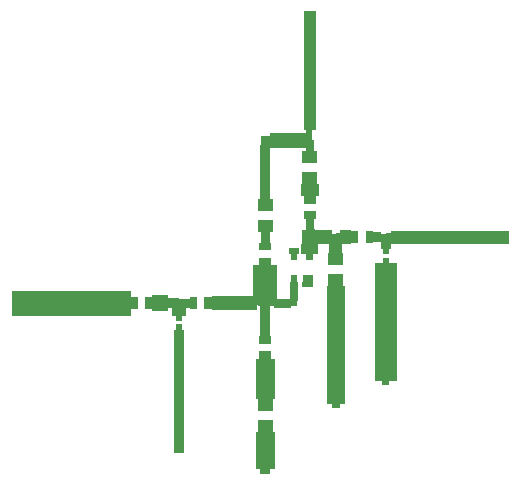
<source format=gtl>
G04 ===== Begin FILE IDENTIFICATION =====*
G04 File Format:  Gerber RS274X*
G04 ===== End FILE IDENTIFICATION =====*
%FSLAX24Y24*%
%MOIN*%
%SFA1.0000B1.0000*%
%OFA0.0B0.0*%
%ADD10C,0.000025*%
%LNcond*%
%IPPOS*%
%LPD*%
G75*
G36*
G01X-7295Y-1896D02*
G01Y-1680D01*
G01X-11232D01*
G01Y-2501D01*
G01X-7295D01*
G01Y-2286D01*
G01X-7050D01*
G01Y-1896D01*
G01X-7295D01*
G37*
G36*
G01X-6810Y-2286D02*
G01X-6565D01*
G01Y-2358D01*
G01X-6048D01*
G01Y-2251D01*
G01X-5921D01*
G01Y-2499D01*
G01X-5780D01*
G01Y-2676D01*
G01X-5583D01*
G01Y-2499D01*
G01X-5442D01*
G01Y-2251D01*
G01X-5315D01*
G01Y-2286D01*
G01X-5070D01*
G01Y-1896D01*
G01X-5315D01*
G01Y-1941D01*
G01X-5682D01*
G01Y-1931D01*
G01X-6048D01*
G01Y-1824D01*
G01X-6565D01*
G01Y-1896D01*
G01X-6810D01*
G01Y-2286D01*
G37*
G36*
G01X-5583Y-2967D02*
G01Y-2790D01*
G01X-5780D01*
G01Y-2967D01*
G01X-5847D01*
G01Y-6904D01*
G01X-5857D01*
G01Y-7079D01*
G01X-5507D01*
G01Y-6904D01*
G01X-5516D01*
G01Y-2967D01*
G01X-5583D01*
G37*
G36*
G01X-4830Y-2286D02*
G01X-4585D01*
G01Y-2320D01*
G01X-3087D01*
G01Y-2164D01*
G01X-3048D01*
G01Y-2171D01*
G01X-2966D01*
G01Y-3186D01*
G01X-3007D01*
G01Y-3436D01*
G01X-2607D01*
G01Y-3186D01*
G01X-2649D01*
G01Y-2171D01*
G01X-2528D01*
G01Y-2237D01*
G01X-1938D01*
G01Y-2181D01*
G01X-1757D01*
G01Y-2000D01*
G01X-1723D01*
G01Y-1380D01*
G01X-1740D01*
G01Y-1163D01*
G01X-1956D01*
G01Y-1380D01*
G01X-1973D01*
G01Y-1944D01*
G01X-2403D01*
G01Y-821D01*
G01X-2607D01*
G01Y-571D01*
G01X-3007D01*
G01Y-821D01*
G01X-3212D01*
G01Y-1862D01*
G01X-4585D01*
G01Y-1896D01*
G01X-4830D01*
G01Y-2286D01*
G37*
G36*
G01X-3121Y-5267D02*
G01X-3057D01*
G01Y-5668D01*
G01X-2557D01*
G01Y-5267D01*
G01X-2493D01*
G01Y-3936D01*
G01X-2607D01*
G01Y-3686D01*
G01X-3007D01*
G01Y-3936D01*
G01X-3121D01*
G01Y-5267D01*
G37*
G36*
G01X-3119Y-7620D02*
G01X-2982D01*
G01Y-7795D01*
G01X-2632D01*
G01Y-7620D01*
G01X-2495D01*
G01Y-6369D01*
G01X-2557D01*
G01Y-5968D01*
G01X-3057D01*
G01Y-6369D01*
G01X-3119D01*
G01Y-7620D01*
G37*
G36*
G01X-3057Y278D02*
G01X-2956D01*
G01Y-71D01*
G01X-3007D01*
G01Y-321D01*
G01X-2607D01*
G01Y-71D01*
G01X-2658D01*
G01Y278D01*
G01X-2557D01*
G01Y679D01*
G01X-3057D01*
G01Y278D01*
G37*
G36*
G01X-1194Y2980D02*
G01Y3340D01*
G01X-1243D01*
G01Y3700D01*
G01X-1104D01*
G01Y7637D01*
G01X-1521D01*
G01Y3700D01*
G01X-1431D01*
G01Y3586D01*
G01X-2653D01*
G01Y3494D01*
G01X-2961D01*
G01Y3186D01*
G01X-2977D01*
G01Y1380D01*
G01X-3057D01*
G01Y979D01*
G01X-2557D01*
G01Y1380D01*
G01X-2637D01*
G01Y3094D01*
G01X-1431D01*
G01Y2980D01*
G01X-1563D01*
G01Y2578D01*
G01X-1063D01*
G01Y2980D01*
G01X-1194D01*
G37*
G36*
G01X-2023Y-435D02*
G01X-1956D01*
G01Y-651D01*
G01X-1740D01*
G01Y-435D01*
G01X-1673D01*
G01Y-260D01*
G01X-2023D01*
G01Y-435D01*
G37*
G36*
G01X-1161Y360D02*
G01X-1142Y391D01*
G01X-1169Y407D01*
G01Y727D01*
G01X-1113D01*
G01Y977D01*
G01X-1513D01*
G01Y727D01*
G01X-1456D01*
G01Y401D01*
G01X-1480Y360D01*
G01X-1577D01*
G01Y119D01*
G01Y-122D01*
G01X-1629D01*
G01Y-435D01*
G01X-1444D01*
G01Y-651D01*
G01X-1227D01*
G01Y-435D01*
G01X-1042D01*
G01Y-122D01*
G01X-1094D01*
G01Y-103D01*
G01X-664D01*
G01Y-406D01*
G01X-701D01*
G01Y-807D01*
G01X-201D01*
G01Y-406D01*
G01X-237D01*
G01Y-108D01*
G01X55D01*
G01Y-76D01*
G01X300D01*
G01Y314D01*
G01X55D01*
G01Y345D01*
G01X-321D01*
G01Y258D01*
G01X-451D01*
G01Y228D01*
G01X-580D01*
G01Y-20D01*
G01X-321D01*
G01X-580D01*
G01Y228D01*
G01Y340D01*
G01X-1094D01*
G01Y360D01*
G01X-1161D01*
G37*
G36*
G01X-1619Y1477D02*
G01X-1513D01*
G01Y1227D01*
G01X-1113D01*
G01Y1477D01*
G01X-1006D01*
G01Y1877D01*
G01X-1063D01*
G01Y2279D01*
G01X-1563D01*
G01Y1877D01*
G01X-1619D01*
G01Y1477D01*
G37*
G36*
G01X-1227Y-1380D02*
G01Y-1163D01*
G01X-1562D01*
G01Y-1380D01*
G01X-1570D01*
G01Y-1555D01*
G01X-1220D01*
G01Y-1380D01*
G01X-1227D01*
G37*
G36*
G01X-752Y-5445D02*
G01X-576D01*
G01Y-5570D01*
G01X-326D01*
G01Y-5445D01*
G01X-149D01*
G01Y-1508D01*
G01X-201D01*
G01Y-1107D01*
G01X-701D01*
G01Y-1508D01*
G01X-752D01*
G01Y-5445D01*
G37*
G36*
G01X785Y290D02*
G01Y314D01*
G01X540D01*
G01Y-76D01*
G01X785D01*
G01Y-52D01*
G01X1044D01*
G01Y-281D01*
G01X1113D01*
G01Y-458D01*
G01X1310D01*
G01Y-281D01*
G01X1380D01*
G01Y-98D01*
G01X5312D01*
G01Y335D01*
G01X1375D01*
G01Y255D01*
G01X1212D01*
G01Y219D01*
G01X1048D01*
G01Y290D01*
G01X785D01*
G37*
G36*
G01X849Y-4687D02*
G01X1087D01*
G01Y-4812D01*
G01X1337D01*
G01Y-4687D01*
G01X1574D01*
G01Y-750D01*
G01X1310D01*
G01Y-572D01*
G01X1113D01*
G01Y-750D01*
G01X849D01*
G01Y-4687D01*
G37*
M02*


</source>
